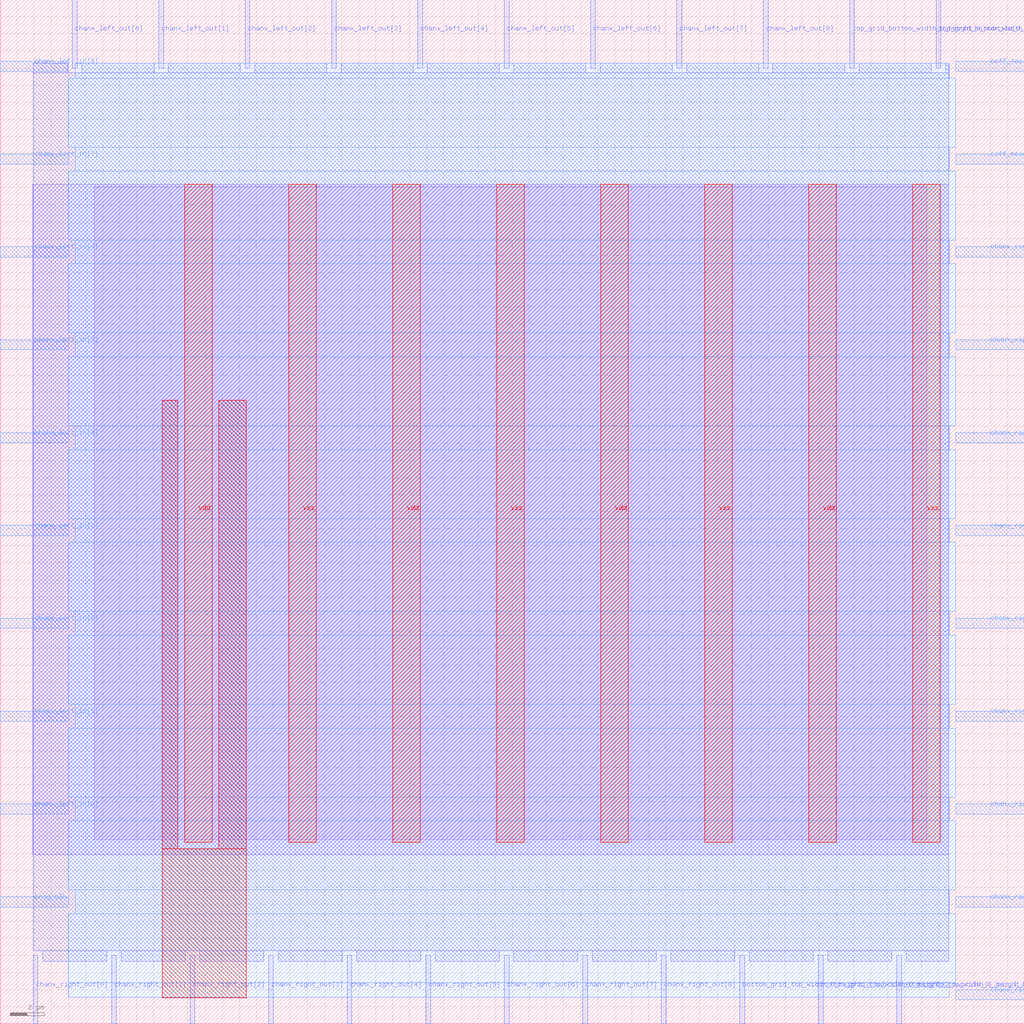
<source format=lef>
VERSION 5.7 ;
  NOWIREEXTENSIONATPIN ON ;
  DIVIDERCHAR "/" ;
  BUSBITCHARS "[]" ;
MACRO cbx_1__1_
  CLASS BLOCK ;
  FOREIGN cbx_1__1_ ;
  ORIGIN 0.000 0.000 ;
  SIZE 60.000 BY 60.000 ;
  PIN bottom_grid_top_width_0_height_0_subtile_0__pin_I_0_
    DIRECTION OUTPUT TRISTATE ;
    USE SIGNAL ;
    ANTENNADIFFAREA 0.795200 ;
    PORT
      LAYER met2 ;
        RECT 43.330 0.000 43.610 4.000 ;
    END
  END bottom_grid_top_width_0_height_0_subtile_0__pin_I_0_
  PIN bottom_grid_top_width_0_height_0_subtile_0__pin_I_4_
    DIRECTION OUTPUT TRISTATE ;
    USE SIGNAL ;
    ANTENNADIFFAREA 0.795200 ;
    PORT
      LAYER met2 ;
        RECT 47.930 0.000 48.210 4.000 ;
    END
  END bottom_grid_top_width_0_height_0_subtile_0__pin_I_4_
  PIN bottom_grid_top_width_0_height_0_subtile_0__pin_I_8_
    DIRECTION OUTPUT TRISTATE ;
    USE SIGNAL ;
    ANTENNADIFFAREA 0.795200 ;
    PORT
      LAYER met2 ;
        RECT 52.530 0.000 52.810 4.000 ;
    END
  END bottom_grid_top_width_0_height_0_subtile_0__pin_I_8_
  PIN ccff_head
    DIRECTION INPUT ;
    USE SIGNAL ;
    ANTENNAGATEAREA 0.196500 ;
    PORT
      LAYER met3 ;
        RECT 56.000 50.360 60.000 50.960 ;
    END
  END ccff_head
  PIN ccff_tail
    DIRECTION OUTPUT TRISTATE ;
    USE SIGNAL ;
    ANTENNADIFFAREA 0.795200 ;
    PORT
      LAYER met3 ;
        RECT 56.000 55.800 60.000 56.400 ;
    END
  END ccff_tail
  PIN chanx_left_in[0]
    DIRECTION INPUT ;
    USE SIGNAL ;
    ANTENNAGATEAREA 0.196500 ;
    PORT
      LAYER met3 ;
        RECT 0.000 12.280 4.000 12.880 ;
    END
  END chanx_left_in[0]
  PIN chanx_left_in[1]
    DIRECTION INPUT ;
    USE SIGNAL ;
    ANTENNAGATEAREA 0.196500 ;
    PORT
      LAYER met3 ;
        RECT 0.000 17.720 4.000 18.320 ;
    END
  END chanx_left_in[1]
  PIN chanx_left_in[2]
    DIRECTION INPUT ;
    USE SIGNAL ;
    ANTENNAGATEAREA 0.196500 ;
    PORT
      LAYER met3 ;
        RECT 0.000 23.160 4.000 23.760 ;
    END
  END chanx_left_in[2]
  PIN chanx_left_in[3]
    DIRECTION INPUT ;
    USE SIGNAL ;
    ANTENNAGATEAREA 0.196500 ;
    PORT
      LAYER met3 ;
        RECT 0.000 28.600 4.000 29.200 ;
    END
  END chanx_left_in[3]
  PIN chanx_left_in[4]
    DIRECTION INPUT ;
    USE SIGNAL ;
    ANTENNAGATEAREA 0.196500 ;
    PORT
      LAYER met3 ;
        RECT 0.000 34.040 4.000 34.640 ;
    END
  END chanx_left_in[4]
  PIN chanx_left_in[5]
    DIRECTION INPUT ;
    USE SIGNAL ;
    ANTENNAGATEAREA 0.196500 ;
    PORT
      LAYER met3 ;
        RECT 0.000 39.480 4.000 40.080 ;
    END
  END chanx_left_in[5]
  PIN chanx_left_in[6]
    DIRECTION INPUT ;
    USE SIGNAL ;
    ANTENNAGATEAREA 0.196500 ;
    PORT
      LAYER met3 ;
        RECT 0.000 44.920 4.000 45.520 ;
    END
  END chanx_left_in[6]
  PIN chanx_left_in[7]
    DIRECTION INPUT ;
    USE SIGNAL ;
    ANTENNAGATEAREA 0.196500 ;
    PORT
      LAYER met3 ;
        RECT 0.000 50.360 4.000 50.960 ;
    END
  END chanx_left_in[7]
  PIN chanx_left_in[8]
    DIRECTION INPUT ;
    USE SIGNAL ;
    ANTENNAGATEAREA 0.196500 ;
    PORT
      LAYER met3 ;
        RECT 0.000 55.800 4.000 56.400 ;
    END
  END chanx_left_in[8]
  PIN chanx_left_out[0]
    DIRECTION OUTPUT TRISTATE ;
    USE SIGNAL ;
    ANTENNADIFFAREA 0.795200 ;
    PORT
      LAYER met2 ;
        RECT 4.230 56.000 4.510 60.000 ;
    END
  END chanx_left_out[0]
  PIN chanx_left_out[1]
    DIRECTION OUTPUT TRISTATE ;
    USE SIGNAL ;
    ANTENNADIFFAREA 0.795200 ;
    PORT
      LAYER met2 ;
        RECT 9.290 56.000 9.570 60.000 ;
    END
  END chanx_left_out[1]
  PIN chanx_left_out[2]
    DIRECTION OUTPUT TRISTATE ;
    USE SIGNAL ;
    ANTENNADIFFAREA 0.795200 ;
    PORT
      LAYER met2 ;
        RECT 14.350 56.000 14.630 60.000 ;
    END
  END chanx_left_out[2]
  PIN chanx_left_out[3]
    DIRECTION OUTPUT TRISTATE ;
    USE SIGNAL ;
    ANTENNADIFFAREA 0.795200 ;
    PORT
      LAYER met2 ;
        RECT 19.410 56.000 19.690 60.000 ;
    END
  END chanx_left_out[3]
  PIN chanx_left_out[4]
    DIRECTION OUTPUT TRISTATE ;
    USE SIGNAL ;
    ANTENNADIFFAREA 0.795200 ;
    PORT
      LAYER met2 ;
        RECT 24.470 56.000 24.750 60.000 ;
    END
  END chanx_left_out[4]
  PIN chanx_left_out[5]
    DIRECTION OUTPUT TRISTATE ;
    USE SIGNAL ;
    ANTENNADIFFAREA 0.795200 ;
    PORT
      LAYER met2 ;
        RECT 29.530 56.000 29.810 60.000 ;
    END
  END chanx_left_out[5]
  PIN chanx_left_out[6]
    DIRECTION OUTPUT TRISTATE ;
    USE SIGNAL ;
    ANTENNADIFFAREA 0.795200 ;
    PORT
      LAYER met2 ;
        RECT 34.590 56.000 34.870 60.000 ;
    END
  END chanx_left_out[6]
  PIN chanx_left_out[7]
    DIRECTION OUTPUT TRISTATE ;
    USE SIGNAL ;
    ANTENNADIFFAREA 0.795200 ;
    PORT
      LAYER met2 ;
        RECT 39.650 56.000 39.930 60.000 ;
    END
  END chanx_left_out[7]
  PIN chanx_left_out[8]
    DIRECTION OUTPUT TRISTATE ;
    USE SIGNAL ;
    ANTENNADIFFAREA 0.795200 ;
    PORT
      LAYER met2 ;
        RECT 44.710 56.000 44.990 60.000 ;
    END
  END chanx_left_out[8]
  PIN chanx_right_in[0]
    DIRECTION INPUT ;
    USE SIGNAL ;
    ANTENNAGATEAREA 0.196500 ;
    PORT
      LAYER met3 ;
        RECT 56.000 1.400 60.000 2.000 ;
    END
  END chanx_right_in[0]
  PIN chanx_right_in[1]
    DIRECTION INPUT ;
    USE SIGNAL ;
    ANTENNAGATEAREA 0.196500 ;
    PORT
      LAYER met3 ;
        RECT 56.000 6.840 60.000 7.440 ;
    END
  END chanx_right_in[1]
  PIN chanx_right_in[2]
    DIRECTION INPUT ;
    USE SIGNAL ;
    ANTENNAGATEAREA 0.196500 ;
    ANTENNADIFFAREA 0.434700 ;
    PORT
      LAYER met3 ;
        RECT 56.000 12.280 60.000 12.880 ;
    END
  END chanx_right_in[2]
  PIN chanx_right_in[3]
    DIRECTION INPUT ;
    USE SIGNAL ;
    ANTENNAGATEAREA 0.196500 ;
    PORT
      LAYER met3 ;
        RECT 56.000 17.720 60.000 18.320 ;
    END
  END chanx_right_in[3]
  PIN chanx_right_in[4]
    DIRECTION INPUT ;
    USE SIGNAL ;
    ANTENNAGATEAREA 0.196500 ;
    PORT
      LAYER met3 ;
        RECT 56.000 23.160 60.000 23.760 ;
    END
  END chanx_right_in[4]
  PIN chanx_right_in[5]
    DIRECTION INPUT ;
    USE SIGNAL ;
    ANTENNAGATEAREA 0.196500 ;
    PORT
      LAYER met3 ;
        RECT 56.000 28.600 60.000 29.200 ;
    END
  END chanx_right_in[5]
  PIN chanx_right_in[6]
    DIRECTION INPUT ;
    USE SIGNAL ;
    ANTENNAGATEAREA 0.196500 ;
    PORT
      LAYER met3 ;
        RECT 56.000 34.040 60.000 34.640 ;
    END
  END chanx_right_in[6]
  PIN chanx_right_in[7]
    DIRECTION INPUT ;
    USE SIGNAL ;
    ANTENNAGATEAREA 0.196500 ;
    PORT
      LAYER met3 ;
        RECT 56.000 39.480 60.000 40.080 ;
    END
  END chanx_right_in[7]
  PIN chanx_right_in[8]
    DIRECTION INPUT ;
    USE SIGNAL ;
    ANTENNAGATEAREA 0.196500 ;
    PORT
      LAYER met3 ;
        RECT 56.000 44.920 60.000 45.520 ;
    END
  END chanx_right_in[8]
  PIN chanx_right_out[0]
    DIRECTION OUTPUT TRISTATE ;
    USE SIGNAL ;
    ANTENNADIFFAREA 0.795200 ;
    PORT
      LAYER met2 ;
        RECT 1.930 0.000 2.210 4.000 ;
    END
  END chanx_right_out[0]
  PIN chanx_right_out[1]
    DIRECTION OUTPUT TRISTATE ;
    USE SIGNAL ;
    ANTENNADIFFAREA 0.795200 ;
    PORT
      LAYER met2 ;
        RECT 6.530 0.000 6.810 4.000 ;
    END
  END chanx_right_out[1]
  PIN chanx_right_out[2]
    DIRECTION OUTPUT TRISTATE ;
    USE SIGNAL ;
    ANTENNADIFFAREA 0.795200 ;
    PORT
      LAYER met2 ;
        RECT 11.130 0.000 11.410 4.000 ;
    END
  END chanx_right_out[2]
  PIN chanx_right_out[3]
    DIRECTION OUTPUT TRISTATE ;
    USE SIGNAL ;
    ANTENNADIFFAREA 0.795200 ;
    PORT
      LAYER met2 ;
        RECT 15.730 0.000 16.010 4.000 ;
    END
  END chanx_right_out[3]
  PIN chanx_right_out[4]
    DIRECTION OUTPUT TRISTATE ;
    USE SIGNAL ;
    ANTENNADIFFAREA 0.795200 ;
    PORT
      LAYER met2 ;
        RECT 20.330 0.000 20.610 4.000 ;
    END
  END chanx_right_out[4]
  PIN chanx_right_out[5]
    DIRECTION OUTPUT TRISTATE ;
    USE SIGNAL ;
    ANTENNADIFFAREA 0.795200 ;
    PORT
      LAYER met2 ;
        RECT 24.930 0.000 25.210 4.000 ;
    END
  END chanx_right_out[5]
  PIN chanx_right_out[6]
    DIRECTION OUTPUT TRISTATE ;
    USE SIGNAL ;
    ANTENNADIFFAREA 0.795200 ;
    PORT
      LAYER met2 ;
        RECT 29.530 0.000 29.810 4.000 ;
    END
  END chanx_right_out[6]
  PIN chanx_right_out[7]
    DIRECTION OUTPUT TRISTATE ;
    USE SIGNAL ;
    ANTENNADIFFAREA 0.795200 ;
    PORT
      LAYER met2 ;
        RECT 34.130 0.000 34.410 4.000 ;
    END
  END chanx_right_out[7]
  PIN chanx_right_out[8]
    DIRECTION OUTPUT TRISTATE ;
    USE SIGNAL ;
    ANTENNADIFFAREA 0.795200 ;
    PORT
      LAYER met2 ;
        RECT 38.730 0.000 39.010 4.000 ;
    END
  END chanx_right_out[8]
  PIN prog_clk
    DIRECTION INPUT ;
    USE SIGNAL ;
    ANTENNAGATEAREA 0.852000 ;
    PORT
      LAYER met3 ;
        RECT 0.000 6.840 4.000 7.440 ;
    END
  END prog_clk
  PIN top_grid_bottom_width_0_height_0_subtile_0__pin_I_2_
    DIRECTION OUTPUT TRISTATE ;
    USE SIGNAL ;
    ANTENNADIFFAREA 0.795200 ;
    PORT
      LAYER met2 ;
        RECT 49.770 56.000 50.050 60.000 ;
    END
  END top_grid_bottom_width_0_height_0_subtile_0__pin_I_2_
  PIN top_grid_bottom_width_0_height_0_subtile_0__pin_I_6_
    DIRECTION OUTPUT TRISTATE ;
    USE SIGNAL ;
    ANTENNADIFFAREA 0.795200 ;
    PORT
      LAYER met2 ;
        RECT 54.830 56.000 55.110 60.000 ;
    END
  END top_grid_bottom_width_0_height_0_subtile_0__pin_I_6_
  PIN vdd
    DIRECTION INOUT ;
    USE POWER ;
    PORT
      LAYER met4 ;
        RECT 10.815 10.640 12.415 49.200 ;
    END
    PORT
      LAYER met4 ;
        RECT 23.005 10.640 24.605 49.200 ;
    END
    PORT
      LAYER met4 ;
        RECT 35.195 10.640 36.795 49.200 ;
    END
    PORT
      LAYER met4 ;
        RECT 47.385 10.640 48.985 49.200 ;
    END
  END vdd
  PIN vss
    DIRECTION INOUT ;
    USE GROUND ;
    PORT
      LAYER met4 ;
        RECT 16.910 10.640 18.510 49.200 ;
    END
    PORT
      LAYER met4 ;
        RECT 29.100 10.640 30.700 49.200 ;
    END
    PORT
      LAYER met4 ;
        RECT 41.290 10.640 42.890 49.200 ;
    END
    PORT
      LAYER met4 ;
        RECT 53.480 10.640 55.080 49.200 ;
    END
  END vss
  OBS
      LAYER li1 ;
        RECT 5.520 10.795 54.280 49.045 ;
      LAYER met1 ;
        RECT 1.910 9.900 55.590 49.200 ;
      LAYER met2 ;
        RECT 1.940 55.720 3.950 56.285 ;
        RECT 4.790 55.720 9.010 56.285 ;
        RECT 9.850 55.720 14.070 56.285 ;
        RECT 14.910 55.720 19.130 56.285 ;
        RECT 19.970 55.720 24.190 56.285 ;
        RECT 25.030 55.720 29.250 56.285 ;
        RECT 30.090 55.720 34.310 56.285 ;
        RECT 35.150 55.720 39.370 56.285 ;
        RECT 40.210 55.720 44.430 56.285 ;
        RECT 45.270 55.720 49.490 56.285 ;
        RECT 50.330 55.720 54.550 56.285 ;
        RECT 55.390 55.720 55.570 56.285 ;
        RECT 1.940 4.280 55.570 55.720 ;
        RECT 2.490 3.670 6.250 4.280 ;
        RECT 7.090 3.670 10.850 4.280 ;
        RECT 11.690 3.670 15.450 4.280 ;
        RECT 16.290 3.670 20.050 4.280 ;
        RECT 20.890 3.670 24.650 4.280 ;
        RECT 25.490 3.670 29.250 4.280 ;
        RECT 30.090 3.670 33.850 4.280 ;
        RECT 34.690 3.670 38.450 4.280 ;
        RECT 39.290 3.670 43.050 4.280 ;
        RECT 43.890 3.670 47.650 4.280 ;
        RECT 48.490 3.670 52.250 4.280 ;
        RECT 53.090 3.670 55.570 4.280 ;
      LAYER met3 ;
        RECT 4.400 55.400 55.600 56.265 ;
        RECT 3.990 51.360 56.000 55.400 ;
        RECT 4.400 49.960 55.600 51.360 ;
        RECT 3.990 45.920 56.000 49.960 ;
        RECT 4.400 44.520 55.600 45.920 ;
        RECT 3.990 40.480 56.000 44.520 ;
        RECT 4.400 39.080 55.600 40.480 ;
        RECT 3.990 35.040 56.000 39.080 ;
        RECT 4.400 33.640 55.600 35.040 ;
        RECT 3.990 29.600 56.000 33.640 ;
        RECT 4.400 28.200 55.600 29.600 ;
        RECT 3.990 24.160 56.000 28.200 ;
        RECT 4.400 22.760 55.600 24.160 ;
        RECT 3.990 18.720 56.000 22.760 ;
        RECT 4.400 17.320 55.600 18.720 ;
        RECT 3.990 13.280 56.000 17.320 ;
        RECT 4.400 11.880 55.600 13.280 ;
        RECT 3.990 7.840 56.000 11.880 ;
        RECT 4.400 6.440 55.600 7.840 ;
        RECT 3.990 2.400 56.000 6.440 ;
        RECT 3.990 1.540 55.600 2.400 ;
      LAYER met4 ;
        RECT 9.495 10.240 10.415 36.545 ;
        RECT 12.815 10.240 14.425 36.545 ;
        RECT 9.495 1.535 14.425 10.240 ;
  END
END cbx_1__1_
END LIBRARY


</source>
